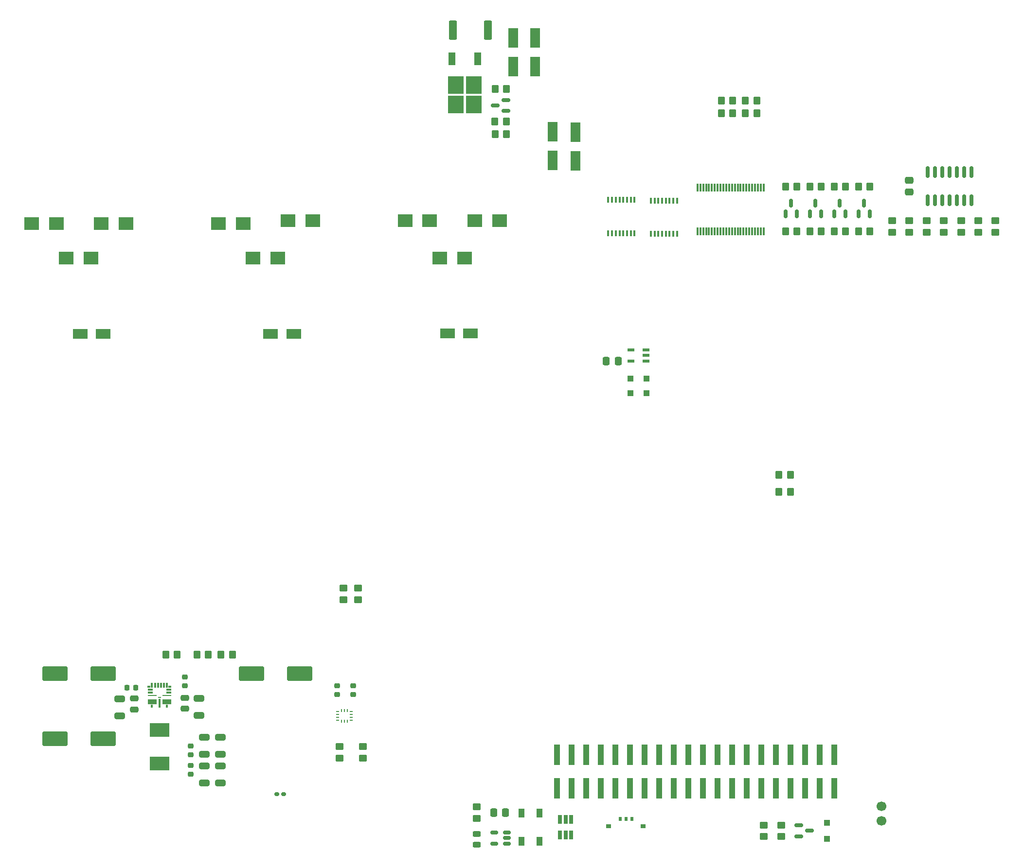
<source format=gbr>
%TF.GenerationSoftware,KiCad,Pcbnew,6.0.11+dfsg-1~bpo11+1*%
%TF.CreationDate,2023-04-27T19:59:20+00:00*%
%TF.ProjectId,OpenMowerMainboard,4f70656e-4d6f-4776-9572-4d61696e626f,rev?*%
%TF.SameCoordinates,Original*%
%TF.FileFunction,Paste,Top*%
%TF.FilePolarity,Positive*%
%FSLAX46Y46*%
G04 Gerber Fmt 4.6, Leading zero omitted, Abs format (unit mm)*
G04 Created by KiCad (PCBNEW 6.0.11+dfsg-1~bpo11+1) date 2023-04-27 19:59:20*
%MOMM*%
%LPD*%
G01*
G04 APERTURE LIST*
G04 Aperture macros list*
%AMRoundRect*
0 Rectangle with rounded corners*
0 $1 Rounding radius*
0 $2 $3 $4 $5 $6 $7 $8 $9 X,Y pos of 4 corners*
0 Add a 4 corners polygon primitive as box body*
4,1,4,$2,$3,$4,$5,$6,$7,$8,$9,$2,$3,0*
0 Add four circle primitives for the rounded corners*
1,1,$1+$1,$2,$3*
1,1,$1+$1,$4,$5*
1,1,$1+$1,$6,$7*
1,1,$1+$1,$8,$9*
0 Add four rect primitives between the rounded corners*
20,1,$1+$1,$2,$3,$4,$5,0*
20,1,$1+$1,$4,$5,$6,$7,0*
20,1,$1+$1,$6,$7,$8,$9,0*
20,1,$1+$1,$8,$9,$2,$3,0*%
G04 Aperture macros list end*
%ADD10R,1.800000X3.500000*%
%ADD11R,0.400000X1.000000*%
%ADD12RoundRect,0.250000X-0.450000X0.350000X-0.450000X-0.350000X0.450000X-0.350000X0.450000X0.350000X0*%
%ADD13RoundRect,0.225000X-0.250000X0.225000X-0.250000X-0.225000X0.250000X-0.225000X0.250000X0.225000X0*%
%ADD14RoundRect,0.150000X-0.587500X-0.150000X0.587500X-0.150000X0.587500X0.150000X-0.587500X0.150000X0*%
%ADD15RoundRect,0.250000X0.350000X0.450000X-0.350000X0.450000X-0.350000X-0.450000X0.350000X-0.450000X0*%
%ADD16RoundRect,0.250000X-0.350000X-0.450000X0.350000X-0.450000X0.350000X0.450000X-0.350000X0.450000X0*%
%ADD17R,0.475000X0.250000*%
%ADD18R,0.250000X0.475000*%
%ADD19RoundRect,0.250000X-0.337500X-0.475000X0.337500X-0.475000X0.337500X0.475000X-0.337500X0.475000X0*%
%ADD20RoundRect,0.243750X-0.456250X0.243750X-0.456250X-0.243750X0.456250X-0.243750X0.456250X0.243750X0*%
%ADD21RoundRect,0.250000X0.450000X-0.350000X0.450000X0.350000X-0.450000X0.350000X-0.450000X-0.350000X0*%
%ADD22RoundRect,0.150000X0.512500X0.150000X-0.512500X0.150000X-0.512500X-0.150000X0.512500X-0.150000X0*%
%ADD23RoundRect,0.250000X1.950000X1.000000X-1.950000X1.000000X-1.950000X-1.000000X1.950000X-1.000000X0*%
%ADD24RoundRect,0.225000X0.250000X-0.225000X0.250000X0.225000X-0.250000X0.225000X-0.250000X-0.225000X0*%
%ADD25R,1.100000X1.100000*%
%ADD26RoundRect,0.250000X0.650000X-0.325000X0.650000X0.325000X-0.650000X0.325000X-0.650000X-0.325000X0*%
%ADD27R,2.500000X2.300000*%
%ADD28R,3.429000X2.413000*%
%ADD29R,2.500000X1.800000*%
%ADD30RoundRect,0.250000X-0.475000X0.337500X-0.475000X-0.337500X0.475000X-0.337500X0.475000X0.337500X0*%
%ADD31RoundRect,0.150000X0.150000X-0.587500X0.150000X0.587500X-0.150000X0.587500X-0.150000X-0.587500X0*%
%ADD32R,1.020000X3.600000*%
%ADD33RoundRect,0.250000X-0.650000X0.325000X-0.650000X-0.325000X0.650000X-0.325000X0.650000X0.325000X0*%
%ADD34R,0.650000X1.560000*%
%ADD35RoundRect,0.250000X-1.950000X-1.000000X1.950000X-1.000000X1.950000X1.000000X-1.950000X1.000000X0*%
%ADD36R,0.300000X1.425000*%
%ADD37R,1.150000X0.600000*%
%ADD38RoundRect,0.225000X0.225000X0.250000X-0.225000X0.250000X-0.225000X-0.250000X0.225000X-0.250000X0*%
%ADD39R,0.600000X0.700000*%
%ADD40R,0.900000X0.700000*%
%ADD41RoundRect,0.250000X-0.475000X0.250000X-0.475000X-0.250000X0.475000X-0.250000X0.475000X0.250000X0*%
%ADD42R,2.750000X3.050000*%
%ADD43R,1.200000X2.200000*%
%ADD44R,1.000000X1.500000*%
%ADD45RoundRect,0.160000X0.222500X0.160000X-0.222500X0.160000X-0.222500X-0.160000X0.222500X-0.160000X0*%
%ADD46C,1.700000*%
%ADD47RoundRect,0.250000X0.337500X0.475000X-0.337500X0.475000X-0.337500X-0.475000X0.337500X-0.475000X0*%
%ADD48R,0.875000X0.300000*%
%ADD49R,1.525000X0.250000*%
%ADD50R,1.525000X0.950000*%
%ADD51R,0.450000X0.600000*%
%ADD52R,0.300000X1.650000*%
%ADD53R,0.450000X0.875000*%
%ADD54R,0.300000X0.875000*%
%ADD55R,0.500000X0.350000*%
%ADD56R,0.600000X0.250000*%
%ADD57RoundRect,0.249999X0.450001X1.425001X-0.450001X1.425001X-0.450001X-1.425001X0.450001X-1.425001X0*%
%ADD58RoundRect,0.150000X0.150000X-0.825000X0.150000X0.825000X-0.150000X0.825000X-0.150000X-0.825000X0*%
%ADD59RoundRect,0.150000X0.587500X0.150000X-0.587500X0.150000X-0.587500X-0.150000X0.587500X-0.150000X0*%
G04 APERTURE END LIST*
D10*
%TO.C,D15*%
X123250000Y-67300000D03*
X123250000Y-62300000D03*
%TD*%
D11*
%TO.C,U9*%
X128925000Y-79900000D03*
X129575000Y-79900000D03*
X130225000Y-79900000D03*
X130875000Y-79900000D03*
X131525000Y-79900000D03*
X132175000Y-79900000D03*
X132825000Y-79900000D03*
X133475000Y-79900000D03*
X133475000Y-74100000D03*
X132825000Y-74100000D03*
X132175000Y-74100000D03*
X131525000Y-74100000D03*
X130875000Y-74100000D03*
X130225000Y-74100000D03*
X129575000Y-74100000D03*
X128925000Y-74100000D03*
%TD*%
D12*
%TO.C,R5*%
X159000000Y-183000000D03*
X159000000Y-185000000D03*
%TD*%
D13*
%TO.C,C19*%
X56200000Y-172625000D03*
X56200000Y-174175000D03*
%TD*%
D14*
%TO.C,Q3*%
X162062500Y-183050000D03*
X162062500Y-184950000D03*
X163937500Y-184000000D03*
%TD*%
D15*
%TO.C,R41*%
X154800000Y-56800000D03*
X152800000Y-56800000D03*
%TD*%
D16*
%TO.C,R26*%
X109220000Y-62650000D03*
X111220000Y-62650000D03*
%TD*%
D17*
%TO.C,AC1201*%
X84162500Y-164750000D03*
X84162500Y-164250000D03*
X84162500Y-163750000D03*
X84162500Y-163250000D03*
D18*
X83500000Y-163087500D03*
X83000000Y-163087500D03*
X82500000Y-163087500D03*
D17*
X81837500Y-163250000D03*
X81837500Y-163750000D03*
X81837500Y-164250000D03*
X81837500Y-164750000D03*
D18*
X82500000Y-164912500D03*
X83000000Y-164912500D03*
X83500000Y-164912500D03*
%TD*%
D19*
%TO.C,C25*%
X108962500Y-180800000D03*
X111037500Y-180800000D03*
%TD*%
D20*
%TO.C,D23*%
X106000000Y-184522500D03*
X106000000Y-186397500D03*
%TD*%
D21*
%TO.C,R14*%
X86223200Y-171352000D03*
X86223200Y-169352000D03*
%TD*%
D22*
%TO.C,U7*%
X111307500Y-186220000D03*
X111307500Y-185270000D03*
X111307500Y-184320000D03*
X109032500Y-184320000D03*
X109032500Y-186220000D03*
%TD*%
D23*
%TO.C,C10*%
X41000000Y-168000000D03*
X32600000Y-168000000D03*
%TD*%
D15*
%TO.C,R40*%
X150600000Y-56800000D03*
X148600000Y-56800000D03*
%TD*%
D24*
%TO.C,C24*%
X81750000Y-160275000D03*
X81750000Y-158725000D03*
%TD*%
D21*
%TO.C,R50*%
X196320000Y-79720000D03*
X196320000Y-77720000D03*
%TD*%
D15*
%TO.C,R43*%
X154800000Y-59000000D03*
X152800000Y-59000000D03*
%TD*%
D12*
%TO.C,R13*%
X85344000Y-141748000D03*
X85344000Y-143748000D03*
%TD*%
D25*
%TO.C,D14*%
X132800000Y-107800000D03*
X135600000Y-107800000D03*
%TD*%
D16*
%TO.C,R15*%
X168216666Y-79600000D03*
X170216666Y-79600000D03*
%TD*%
D12*
%TO.C,R48*%
X193320000Y-77720000D03*
X193320000Y-79720000D03*
%TD*%
D23*
%TO.C,C9*%
X41000000Y-156600000D03*
X32600000Y-156600000D03*
%TD*%
D24*
%TO.C,C18*%
X56200000Y-170775000D03*
X56200000Y-169225000D03*
%TD*%
D26*
%TO.C,C16*%
X58600000Y-170675000D03*
X58600000Y-167725000D03*
%TD*%
D27*
%TO.C,D7*%
X73175000Y-77750000D03*
X77475000Y-77750000D03*
%TD*%
D28*
%TO.C,L1*%
X50800000Y-166479000D03*
X50800000Y-172321000D03*
%TD*%
D29*
%TO.C,D19*%
X70150000Y-97400000D03*
X74150000Y-97400000D03*
%TD*%
D27*
%TO.C,D5*%
X28545000Y-78250000D03*
X32845000Y-78250000D03*
%TD*%
%TO.C,D9*%
X67100000Y-84250000D03*
X71400000Y-84250000D03*
%TD*%
D15*
%TO.C,R11*%
X59300000Y-153300000D03*
X57300000Y-153300000D03*
%TD*%
D21*
%TO.C,R7*%
X82854800Y-143748000D03*
X82854800Y-141748000D03*
%TD*%
D25*
%TO.C,D13*%
X135600000Y-105200000D03*
X132800000Y-105200000D03*
%TD*%
D21*
%TO.C,R44*%
X187320000Y-79720000D03*
X187320000Y-77720000D03*
%TD*%
D15*
%TO.C,R12*%
X63500000Y-153300000D03*
X61500000Y-153300000D03*
%TD*%
D11*
%TO.C,U10*%
X136325000Y-80000000D03*
X136975000Y-80000000D03*
X137625000Y-80000000D03*
X138275000Y-80000000D03*
X138925000Y-80000000D03*
X139575000Y-80000000D03*
X140225000Y-80000000D03*
X140875000Y-80000000D03*
X140875000Y-74200000D03*
X140225000Y-74200000D03*
X139575000Y-74200000D03*
X138925000Y-74200000D03*
X138275000Y-74200000D03*
X137625000Y-74200000D03*
X136975000Y-74200000D03*
X136325000Y-74200000D03*
%TD*%
D29*
%TO.C,D20*%
X100950000Y-97350000D03*
X104950000Y-97350000D03*
%TD*%
D30*
%TO.C,C5*%
X181320000Y-70682500D03*
X181320000Y-72757500D03*
%TD*%
D31*
%TO.C,Q16*%
X172499999Y-76537500D03*
X174399999Y-76537500D03*
X173449999Y-74662500D03*
%TD*%
D32*
%TO.C,J21*%
X119970000Y-170800000D03*
X119970000Y-176600000D03*
X122510000Y-170800000D03*
X122510000Y-176600000D03*
X125050000Y-170800000D03*
X125050000Y-176600000D03*
X127590000Y-170800000D03*
X127590000Y-176600000D03*
X130130000Y-170800000D03*
X130130000Y-176600000D03*
X132670000Y-170800000D03*
X132670000Y-176600000D03*
X135210000Y-170800000D03*
X135210000Y-176600000D03*
X137750000Y-170800000D03*
X137750000Y-176600000D03*
X140290000Y-170800000D03*
X140290000Y-176600000D03*
X142830000Y-170800000D03*
X142830000Y-176600000D03*
X145370000Y-170800000D03*
X145370000Y-176600000D03*
X147910000Y-170800000D03*
X147910000Y-176600000D03*
X150450000Y-170800000D03*
X150450000Y-176600000D03*
X152990000Y-170800000D03*
X152990000Y-176600000D03*
X155530000Y-170800000D03*
X155530000Y-176600000D03*
X158070000Y-170800000D03*
X158070000Y-176600000D03*
X160610000Y-170800000D03*
X160610000Y-176600000D03*
X163150000Y-170800000D03*
X163150000Y-176600000D03*
X165690000Y-170800000D03*
X165690000Y-176600000D03*
X168230000Y-170800000D03*
X168230000Y-176600000D03*
%TD*%
D12*
%TO.C,R46*%
X181320000Y-77720000D03*
X181320000Y-79720000D03*
%TD*%
D16*
%TO.C,R2*%
X158600000Y-122030000D03*
X160600000Y-122030000D03*
%TD*%
%TO.C,R9*%
X163983333Y-79600000D03*
X165983333Y-79600000D03*
%TD*%
%TO.C,R10*%
X163983333Y-71800000D03*
X165983333Y-71800000D03*
%TD*%
%TO.C,R19*%
X172449999Y-79600000D03*
X174449999Y-79600000D03*
%TD*%
D33*
%TO.C,C20*%
X61400000Y-172725000D03*
X61400000Y-175675000D03*
%TD*%
D27*
%TO.C,D10*%
X105675000Y-77750000D03*
X109975000Y-77750000D03*
%TD*%
D34*
%TO.C,U3*%
X122430000Y-182060000D03*
X121480000Y-182060000D03*
X120530000Y-182060000D03*
X120530000Y-184760000D03*
X121480000Y-184760000D03*
X122430000Y-184760000D03*
%TD*%
D12*
%TO.C,R18*%
X106000000Y-179840000D03*
X106000000Y-181840000D03*
%TD*%
D15*
%TO.C,R42*%
X150600000Y-59000000D03*
X148600000Y-59000000D03*
%TD*%
D12*
%TO.C,R49*%
X190320000Y-77720000D03*
X190320000Y-79720000D03*
%TD*%
D16*
%TO.C,R16*%
X168216666Y-71800000D03*
X170216666Y-71800000D03*
%TD*%
D33*
%TO.C,C11*%
X57700000Y-160925000D03*
X57700000Y-163875000D03*
%TD*%
D26*
%TO.C,C22*%
X61400000Y-170675000D03*
X61400000Y-167725000D03*
%TD*%
D35*
%TO.C,C23*%
X66800000Y-156600000D03*
X75200000Y-156600000D03*
%TD*%
D24*
%TO.C,C17*%
X55200000Y-158775000D03*
X55200000Y-157225000D03*
%TD*%
D16*
%TO.C,R27*%
X109170000Y-60450000D03*
X111170000Y-60450000D03*
%TD*%
D21*
%TO.C,R4*%
X156000000Y-185000000D03*
X156000000Y-183000000D03*
%TD*%
D36*
%TO.C,IC1*%
X155950000Y-71988000D03*
X155450000Y-71988000D03*
X154950000Y-71988000D03*
X154450000Y-71988000D03*
X153950000Y-71988000D03*
X153450000Y-71988000D03*
X152950000Y-71988000D03*
X152450000Y-71988000D03*
X151950000Y-71988000D03*
X151450000Y-71988000D03*
X150950000Y-71988000D03*
X150450000Y-71988000D03*
X149950000Y-71988000D03*
X149450000Y-71988000D03*
X148950000Y-71988000D03*
X148450000Y-71988000D03*
X147950000Y-71988000D03*
X147450000Y-71988000D03*
X146950000Y-71988000D03*
X146450000Y-71988000D03*
X145950000Y-71988000D03*
X145450000Y-71988000D03*
X144950000Y-71988000D03*
X144450000Y-71988000D03*
X144450000Y-79612000D03*
X144950000Y-79612000D03*
X145450000Y-79612000D03*
X145950000Y-79612000D03*
X146450000Y-79612000D03*
X146950000Y-79612000D03*
X147450000Y-79612000D03*
X147950000Y-79612000D03*
X148450000Y-79612000D03*
X148950000Y-79612000D03*
X149450000Y-79612000D03*
X149950000Y-79612000D03*
X150450000Y-79612000D03*
X150950000Y-79612000D03*
X151450000Y-79612000D03*
X151950000Y-79612000D03*
X152450000Y-79612000D03*
X152950000Y-79612000D03*
X153450000Y-79612000D03*
X153950000Y-79612000D03*
X154450000Y-79612000D03*
X154950000Y-79612000D03*
X155450000Y-79612000D03*
X155950000Y-79612000D03*
%TD*%
D37*
%TO.C,IC2*%
X135500000Y-102150000D03*
X135500000Y-101200000D03*
X135500000Y-100250000D03*
X132900000Y-100250000D03*
X132900000Y-102150000D03*
%TD*%
D38*
%TO.C,C15*%
X46675000Y-159100000D03*
X45125000Y-159100000D03*
%TD*%
D31*
%TO.C,Q13*%
X159800000Y-76537500D03*
X161700000Y-76537500D03*
X160750000Y-74662500D03*
%TD*%
D27*
%TO.C,D11*%
X93545000Y-77750000D03*
X97845000Y-77750000D03*
%TD*%
D21*
%TO.C,R17*%
X82159200Y-171352000D03*
X82159200Y-169352000D03*
%TD*%
D16*
%TO.C,R20*%
X172449999Y-71800000D03*
X174449999Y-71800000D03*
%TD*%
D27*
%TO.C,D4*%
X40675000Y-78250000D03*
X44975000Y-78250000D03*
%TD*%
D31*
%TO.C,Q15*%
X168266666Y-76537500D03*
X170166666Y-76537500D03*
X169216666Y-74662500D03*
%TD*%
D39*
%TO.C,SW1*%
X131000000Y-181907500D03*
X133000000Y-181907500D03*
D40*
X135000000Y-183167500D03*
X129000000Y-183167500D03*
D39*
X132000000Y-181907500D03*
%TD*%
D41*
%TO.C,C14*%
X55200000Y-160850000D03*
X55200000Y-162750000D03*
%TD*%
D27*
%TO.C,D12*%
X99600000Y-84250000D03*
X103900000Y-84250000D03*
%TD*%
D29*
%TO.C,D18*%
X37000000Y-97400000D03*
X41000000Y-97400000D03*
%TD*%
D27*
%TO.C,D6*%
X34600000Y-84250000D03*
X38900000Y-84250000D03*
%TD*%
D42*
%TO.C,Q6*%
X102425000Y-57455000D03*
X105475000Y-54105000D03*
X105475000Y-57455000D03*
X102425000Y-54105000D03*
D43*
X106230000Y-49480000D03*
X101670000Y-49480000D03*
%TD*%
D16*
%TO.C,R8*%
X51900000Y-153300000D03*
X53900000Y-153300000D03*
%TD*%
D44*
%TO.C,D25*%
X113785000Y-185805000D03*
X116985000Y-185805000D03*
X116985000Y-180905000D03*
X113785000Y-180905000D03*
%TD*%
D45*
%TO.C,D17*%
X72372500Y-177600000D03*
X71227500Y-177600000D03*
%TD*%
D46*
%TO.C,SW2*%
X176479200Y-182270400D03*
X176479200Y-179730400D03*
%TD*%
D16*
%TO.C,R3*%
X159750000Y-79600000D03*
X161750000Y-79600000D03*
%TD*%
D15*
%TO.C,R28*%
X111230000Y-54750000D03*
X109230000Y-54750000D03*
%TD*%
D24*
%TO.C,C26*%
X84500000Y-160275000D03*
X84500000Y-158725000D03*
%TD*%
D10*
%TO.C,D2*%
X112400000Y-45900000D03*
X112400000Y-50900000D03*
%TD*%
D47*
%TO.C,C1*%
X130637500Y-102200000D03*
X128562500Y-102200000D03*
%TD*%
D48*
%TO.C,IC3*%
X49188000Y-159450000D03*
X49188000Y-159950000D03*
D49*
X49513000Y-160450000D03*
D50*
X49513000Y-161500000D03*
D51*
X49475000Y-162275000D03*
D52*
X50800000Y-161750000D03*
D51*
X52125000Y-162275000D03*
D50*
X52087000Y-161500000D03*
D49*
X52087000Y-160450000D03*
D48*
X52412000Y-159950000D03*
X52412000Y-159450000D03*
D53*
X52125000Y-158663000D03*
D54*
X51550000Y-158663000D03*
X51050000Y-158663000D03*
X50550000Y-158663000D03*
X50050000Y-158663000D03*
D53*
X49475000Y-158663000D03*
D55*
X49000000Y-158925000D03*
D56*
X50800000Y-160800000D03*
D55*
X52600000Y-158925000D03*
%TD*%
D27*
%TO.C,D8*%
X61045000Y-78250000D03*
X65345000Y-78250000D03*
%TD*%
D33*
%TO.C,C21*%
X58600000Y-172725000D03*
X58600000Y-175675000D03*
%TD*%
%TO.C,C12*%
X43900000Y-161025000D03*
X43900000Y-163975000D03*
%TD*%
D57*
%TO.C,R51*%
X107950000Y-44500000D03*
X101850000Y-44500000D03*
%TD*%
D58*
%TO.C,U2*%
X184510000Y-74195000D03*
X185780000Y-74195000D03*
X187050000Y-74195000D03*
X188320000Y-74195000D03*
X189590000Y-74195000D03*
X190860000Y-74195000D03*
X192130000Y-74195000D03*
X192130000Y-69245000D03*
X190860000Y-69245000D03*
X189590000Y-69245000D03*
X188320000Y-69245000D03*
X187050000Y-69245000D03*
X185780000Y-69245000D03*
X184510000Y-69245000D03*
%TD*%
D12*
%TO.C,R47*%
X184320000Y-77720000D03*
X184320000Y-79720000D03*
%TD*%
D41*
%TO.C,C13*%
X46400000Y-160950000D03*
X46400000Y-162850000D03*
%TD*%
D31*
%TO.C,Q14*%
X164033333Y-76537500D03*
X165933333Y-76537500D03*
X164983333Y-74662500D03*
%TD*%
D16*
%TO.C,R1*%
X158600000Y-124980000D03*
X160600000Y-124980000D03*
%TD*%
%TO.C,R6*%
X159750000Y-71800000D03*
X161750000Y-71800000D03*
%TD*%
D25*
%TO.C,D1*%
X167000000Y-182600000D03*
X167000000Y-185400000D03*
%TD*%
D10*
%TO.C,D3*%
X116200000Y-50900000D03*
X116200000Y-45900000D03*
%TD*%
%TO.C,D16*%
X119200000Y-67250000D03*
X119200000Y-62250000D03*
%TD*%
D59*
%TO.C,Q5*%
X111097500Y-58600000D03*
X111097500Y-56700000D03*
X109222500Y-57650000D03*
%TD*%
D12*
%TO.C,R45*%
X178320000Y-77720000D03*
X178320000Y-79720000D03*
%TD*%
M02*

</source>
